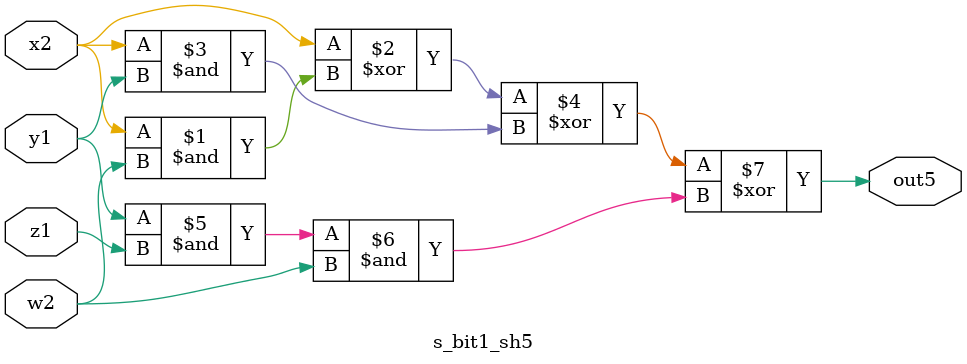
<source format=sv>

module s_bit1_sh5 (
  x2,
  w2,
  y1,
  z1,
  out5
);

    input wire x2;
    input wire w2;
    input wire y1;
    input wire z1;

    output wire out5;

    assign out5 = x2 ^ x2 & w2 ^ x2 & y1 ^ y1 & z1 & w2 ;

endmodule

</source>
